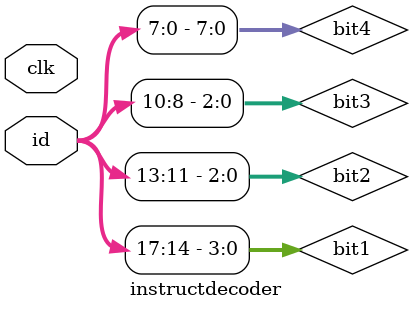
<source format=v>
`timescale 1ns/1ps
module instructdecoder(id,clk);
input [17:0] id;
reg [3:0] bit1;
reg [2:0] bit2,bit3;
reg [7:0] bit4;
input clk;
always@*
begin
  $display("id is %b",id);
  bit1=id[17:14];
  bit2=id[13:11];
  bit3=id[10:8];
  bit4=id[7:0];
end
processor g1(bit1,bit2,bit3,bit4,clk);
endmodule
    

</source>
